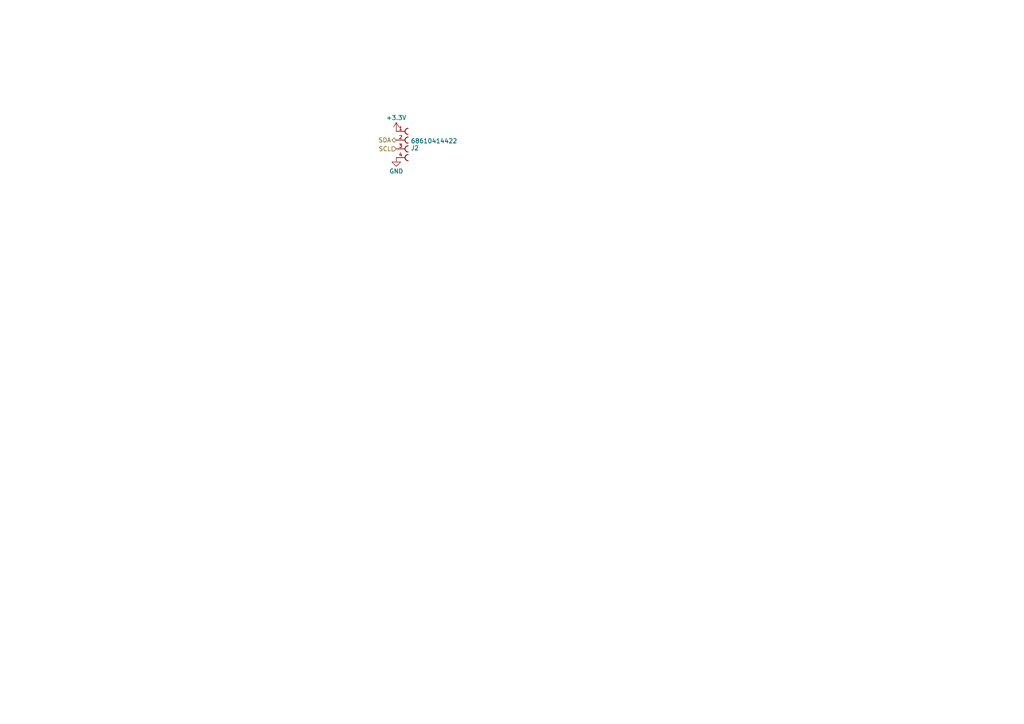
<source format=kicad_sch>
(kicad_sch (version 20230121) (generator eeschema)
  (paper "A4")
  (title_block (rev "1.0"))
  (lib_symbols
    (symbol "manul_tech:68610414422" (pin_names (offset 1.016))
      (property "Reference" "J" (at 1.27 2.778 0))
      (property "Value" "68610414422" (at 1.27 -1.27 0))
      (symbol "68610414422_0_0"
        (arc (start -1.651 -1.651) (mid -2.5362 -2.54) (end -1.651 -3.429) (stroke (width 0.254)))
        (arc (start -1.651 0.889) (mid -2.5362 0) (end -1.651 -0.889) (stroke (width 0.254)))
        (arc (start -1.651 3.429) (mid -2.5362 2.54) (end -1.651 1.651) (stroke (width 0.254)))
        (arc (start -1.651 5.969) (mid -2.5362 5.08) (end -1.651 4.191) (stroke (width 0.254)))
        (pin passive line (at -5.08 -2.54 0) (length 2.54) (name "~") (number "1"))
        (pin passive line (at -5.08 0 0) (length 2.54) (name "~") (number "2"))
        (pin passive line (at -5.08 2.54 0) (length 2.54) (name "~") (number "3"))
        (pin passive line (at -5.08 5.08 0) (length 2.54) (name "~") (number "4"))
      )
    )
    (symbol "power:+3.3V" (power) (pin_names (offset 0))
      (property "Value" "+3.3V" (at 0 3.556 0))
      (symbol "+3.3V_0_1"
        (polyline (pts (xy -0.762 1.27) (xy 0 2.54)))
        (polyline (pts (xy 0 0) (xy 0 2.54)))
        (polyline (pts (xy 0 2.54) (xy 0.762 1.27)))
      )
      (symbol "+3.3V_1_1"
        (pin power_in line (at 0 0 90) (length 0) hide (name "+3.3V") (number "1"))
      )
    )
    (symbol "power:GND" (power) (pin_names (offset 0))
      (property "Value" "GND" (at 0 -3.81 0))
      (symbol "GND_0_1"
        (polyline (pts (xy 0 0) (xy 0 -1.27) (xy 1.27 -1.27) (xy 0 -2.54) (xy -1.27 -1.27) (xy 0 -1.27)))
      )
      (symbol "GND_1_1"
        (pin power_in line (at 0 0 270) (length 0) hide (name "GND") (number "1"))
      )
    )
  )
  (hierarchical_label "SCL" (shape input) (at 114.935 43.18 180))
  (hierarchical_label "SDA" (shape bidirectional) (at 114.935 40.64 180))
  (symbol (lib_id "power:+3.3V") (at 114.935 38.1 0) (unit 1)
    (property "Reference" "#PWR012" (effects hide))
    (property "Value" "+3.3V" (at 114.935 34.155 0))
  )
  (symbol (lib_id "manul_tech:68610414422") (at 120.015 40.64 0) (mirror x) (unit 1)
    (property "Reference" "J2" (at 119.126 42.934 0) (effects (justify left)))
    (property "Value" "68610414422" (at 119.126 40.886 0) (effects (justify left)))
    (property "Footprint" "manul_tech:68610414422" (effects hide))
    (property "Manufacturer" "Wuerth Elektronik" (effects hide))
    (property "MPN" "68610414422" (effects hide))
  )
  (symbol (lib_id "power:GND") (at 114.935 45.72 0) (unit 1)
    (property "Reference" "#PWR013" (effects hide))
    (property "Value" "GND" (at 114.935 49.665 0))
  )
)
</source>
